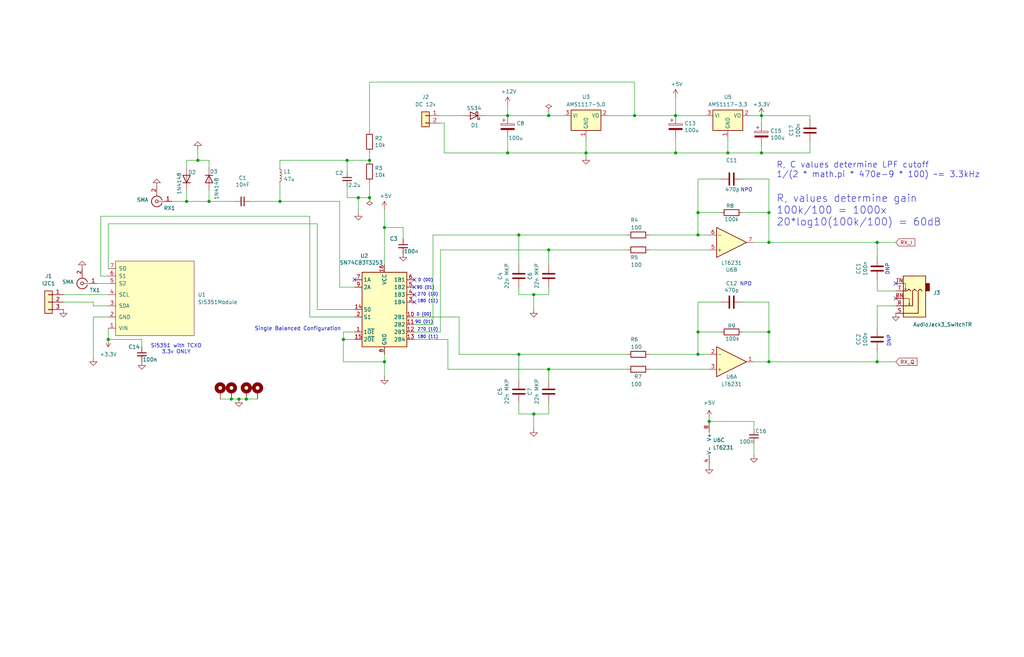
<source format=kicad_sch>
(kicad_sch (version 20231120) (generator "eeschema") (generator_version "8.0")
  (paper "User" 348.412 223.799)
  (title_block (title "QSD RX board for Quisk") (date "2024-06-12") (rev "V0.02") (company "Dhiru VU3CER. Based on WB2CBA's work."))
  (lib_symbols
    (symbol "Amplifier_Operational:LM4562" (pin_names (offset 0.127))
      (property "Reference" "U" (at 0 5.08 0))
      (property "Value" "LM4562" (at 0 -5.08 0))
      (symbol "LM4562_1_1"
        (polyline (pts (xy -5.08 5.08) (xy 5.08 0) (xy -5.08 -5.08) (xy -5.08 5.08)) (stroke (width 0.254)) (fill (type background)))
        (pin output line (at 7.62 0 180) (length 2.54) (name "~") (number "1"))
        (pin input line (at -7.62 -2.54 0) (length 2.54) (name "-") (number "2"))
        (pin input line (at -7.62 2.54 0) (length 2.54) (name "+") (number "3"))
      )
      (symbol "LM4562_2_1"
        (polyline (pts (xy -5.08 5.08) (xy 5.08 0) (xy -5.08 -5.08) (xy -5.08 5.08)) (stroke (width 0.254)) (fill (type background)))
        (pin input line (at -7.62 2.54 0) (length 2.54) (name "+") (number "5"))
        (pin input line (at -7.62 -2.54 0) (length 2.54) (name "-") (number "6"))
        (pin output line (at 7.62 0 180) (length 2.54) (name "~") (number "7"))
      )
      (symbol "LM4562_3_1"
        (pin power_in line (at -2.54 -7.62 90) (length 3.81) (name "V-") (number "4"))
        (pin power_in line (at -2.54 7.62 270) (length 3.81) (name "V+") (number "8"))
      )
    )
    (symbol "Amplifier_Operational:LT6234" (pin_names (offset 0.127))
      (property "Reference" "U" (at 0 5.08 0))
      (property "Value" "LT6234" (at 0 -5.08 0))
      (symbol "LT6234_1_1"
        (polyline (pts (xy -5.08 5.08) (xy 5.08 0) (xy -5.08 -5.08) (xy -5.08 5.08)) (stroke (width 0.254)) (fill (type background)))
        (pin output line (at 7.62 0 180) (length 2.54) (name "~") (number "1"))
        (pin input line (at -7.62 -2.54 0) (length 2.54) (name "-") (number "2"))
        (pin input line (at -7.62 2.54 0) (length 2.54) (name "+") (number "3"))
      )
      (symbol "LT6234_2_1"
        (polyline (pts (xy -5.08 5.08) (xy 5.08 0) (xy -5.08 -5.08) (xy -5.08 5.08)) (stroke (width 0.254)) (fill (type background)))
        (pin input line (at -7.62 2.54 0) (length 2.54) (name "+") (number "5"))
        (pin input line (at -7.62 -2.54 0) (length 2.54) (name "-") (number "6"))
        (pin output line (at 7.62 0 180) (length 2.54) (name "~") (number "7"))
      )
      (symbol "LT6234_3_1"
        (pin power_in line (at -2.54 -7.62 90) (length 3.81) (name "V-") (number "4"))
        (pin power_in line (at -2.54 7.62 270) (length 3.81) (name "V+") (number "8"))
      )
    )
    (symbol "Analog_Switch:SN74CBT3253"
      (property "Reference" "U" (at -7.62 13.97 0))
      (property "Value" "SN74CBT3253" (at -11.43 -13.97 0))
      (symbol "SN74CBT3253_0_1"
        (rectangle (start -7.62 12.7) (end 7.62 -12.7) (stroke (width 0.254)) (fill (type background)))
        (rectangle (start 7.62 -12.7) (end 7.62 -12.7))
      )
      (symbol "SN74CBT3253_1_1"
        (pin input line (at -10.16 -7.62 0) (length 2.54) (name "1~{OE}") (number "1"))
        (pin bidirectional line (at 10.16 -2.54 180) (length 2.54) (name "2B1") (number "10"))
        (pin bidirectional line (at 10.16 -5.08 180) (length 2.54) (name "2B2") (number "11"))
        (pin bidirectional line (at 10.16 -7.62 180) (length 2.54) (name "2B3") (number "12"))
        (pin bidirectional line (at 10.16 -10.16 180) (length 2.54) (name "2B4") (number "13"))
        (pin input line (at -10.16 0 0) (length 2.54) (name "S0") (number "14"))
        (pin input line (at -10.16 -10.16 0) (length 2.54) (name "2~{OE}") (number "15"))
        (pin power_in line (at 0 15.24 270) (length 2.54) (name "VCC") (number "16"))
        (pin input line (at -10.16 -2.54 0) (length 2.54) (name "S1") (number "2"))
        (pin bidirectional line (at 10.16 2.54 180) (length 2.54) (name "1B4") (number "3"))
        (pin bidirectional line (at 10.16 5.08 180) (length 2.54) (name "1B3") (number "4"))
        (pin bidirectional line (at 10.16 7.62 180) (length 2.54) (name "1B2") (number "5"))
        (pin bidirectional line (at 10.16 10.16 180) (length 2.54) (name "1B1") (number "6"))
        (pin bidirectional line (at -10.16 10.16 0) (length 2.54) (name "1A") (number "7"))
        (pin power_in line (at 0 -15.24 90) (length 2.54) (name "GND") (number "8"))
        (pin bidirectional line (at -10.16 7.62 0) (length 2.54) (name "2A") (number "9"))
      )
    )
    (symbol "Connector:Conn_Coaxial" (pin_names (offset 1.016) hide)
      (property "Reference" "J" (at 0.254 3.048 0))
      (property "Value" "Conn_Coaxial" (at 2.921 0 90))
      (symbol "Conn_Coaxial_0_1"
        (arc (start -1.778 -0.508) (mid 0.222 -1.8079) (end 1.778 0) (stroke (width 0.254)))
        (polyline (pts (xy -2.54 0) (xy -0.508 0)))
        (polyline (pts (xy 0 -2.54) (xy 0 -1.778)))
        (circle (center 0 0) (radius 0.508) (stroke (width 0.2032)))
        (arc (start 1.778 0) (mid 0.2221 1.8083) (end -1.778 0.508) (stroke (width 0.254)))
      )
      (symbol "Conn_Coaxial_1_1"
        (pin passive line (at -5.08 0 0) (length 2.54) (name "In") (number "1"))
        (pin passive line (at 0 -5.08 90) (length 2.54) (name "Ext") (number "2"))
      )
    )
    (symbol "Connector_Audio:AudioJack3_SwitchTR"
      (property "Reference" "J" (at 0 8.89 0))
      (property "Value" "AudioJack3_SwitchTR" (at 0 6.35 0))
      (symbol "AudioJack3_SwitchTR_0_1"
        (rectangle (start -5.08 -5.08) (end -6.35 -7.62) (stroke (width 0.254)) (fill (type outline)))
        (polyline (pts (xy 0.508 -0.254) (xy 0.762 -0.762)))
        (polyline (pts (xy 1.778 -5.334) (xy 2.032 -5.842)))
        (polyline (pts (xy 0 -5.08) (xy 0.635 -5.715) (xy 1.27 -5.08) (xy 2.54 -5.08)) (stroke (width 0.254)))
        (polyline (pts (xy 2.54 -7.62) (xy 1.778 -7.62) (xy 1.778 -5.334) (xy 1.524 -5.842)))
        (polyline (pts (xy 2.54 -2.54) (xy 0.508 -2.54) (xy 0.508 -0.254) (xy 0.254 -0.762)))
        (polyline (pts (xy -1.905 -5.08) (xy -1.27 -5.715) (xy -0.635 -5.08) (xy -0.635 0) (xy 2.54 0)) (stroke (width 0.254)))
        (polyline (pts (xy 2.54 2.54) (xy -2.54 2.54) (xy -2.54 -5.08) (xy -3.175 -5.715) (xy -3.81 -5.08)) (stroke (width 0.254)))
        (rectangle (start 2.54 3.81) (end -5.08 -10.16) (stroke (width 0.254)) (fill (type background)))
      )
      (symbol "AudioJack3_SwitchTR_1_1"
        (pin passive line (at 5.08 0 180) (length 2.54) (name "~") (number "R"))
        (pin passive line (at 5.08 -2.54 180) (length 2.54) (name "~") (number "RN"))
        (pin passive line (at 5.08 2.54 180) (length 2.54) (name "~") (number "S"))
        (pin passive line (at 5.08 -5.08 180) (length 2.54) (name "~") (number "T"))
        (pin passive line (at 5.08 -7.62 180) (length 2.54) (name "~") (number "TN"))
      )
    )
    (symbol "Connector_Generic:Conn_01x02" (pin_names (offset 1.016) hide)
      (property "Reference" "J" (at 0 2.54 0))
      (property "Value" "Conn_01x02" (at 0 -5.08 0))
      (symbol "Conn_01x02_1_1"
        (rectangle (start -1.27 -2.413) (end 0 -2.667) (stroke (width 0.1524)))
        (rectangle (start -1.27 0.127) (end 0 -0.127) (stroke (width 0.1524)))
        (rectangle (start -1.27 1.27) (end 1.27 -3.81) (stroke (width 0.254)) (fill (type background)))
        (pin passive line (at -5.08 0 0) (length 3.81) (name "Pin_1") (number "1"))
        (pin passive line (at -5.08 -2.54 0) (length 3.81) (name "Pin_2") (number "2"))
      )
    )
    (symbol "Connector_Generic:Conn_01x03" (pin_names (offset 1.016) hide)
      (property "Reference" "J" (at 0 5.08 0))
      (property "Value" "Conn_01x03" (at 0 -5.08 0))
      (symbol "Conn_01x03_1_1"
        (rectangle (start -1.27 -2.413) (end 0 -2.667) (stroke (width 0.1524)))
        (rectangle (start -1.27 0.127) (end 0 -0.127) (stroke (width 0.1524)))
        (rectangle (start -1.27 2.667) (end 0 2.413) (stroke (width 0.1524)))
        (rectangle (start -1.27 3.81) (end 1.27 -3.81) (stroke (width 0.254)) (fill (type background)))
        (pin passive line (at -5.08 2.54 0) (length 3.81) (name "Pin_1") (number "1"))
        (pin passive line (at -5.08 0 0) (length 3.81) (name "Pin_2") (number "2"))
        (pin passive line (at -5.08 -2.54 0) (length 3.81) (name "Pin_3") (number "3"))
      )
    )
    (symbol "Device:C" (pin_numbers hide) (pin_names (offset 0.254))
      (property "Reference" "C" (at 0.635 2.54 0))
      (property "Value" "C" (at 0.635 -2.54 0))
      (symbol "C_0_1"
        (polyline (pts (xy -2.032 -0.762) (xy 2.032 -0.762)) (stroke (width 0.508)))
        (polyline (pts (xy -2.032 0.762) (xy 2.032 0.762)) (stroke (width 0.508)))
      )
      (symbol "C_1_1"
        (pin passive line (at 0 3.81 270) (length 2.794) (name "~") (number "1"))
        (pin passive line (at 0 -3.81 90) (length 2.794) (name "~") (number "2"))
      )
    )
    (symbol "Device:C_Polarized" (pin_numbers hide) (pin_names (offset 0.254))
      (property "Reference" "C" (at 0.635 2.54 0))
      (property "Value" "C_Polarized" (at 0.635 -2.54 0))
      (symbol "C_Polarized_0_1"
        (rectangle (start -2.286 0.508) (end 2.286 1.016))
        (polyline (pts (xy -1.778 2.286) (xy -0.762 2.286)))
        (polyline (pts (xy -1.27 2.794) (xy -1.27 1.778)))
        (rectangle (start 2.286 -0.508) (end -2.286 -1.016) (fill (type outline)))
      )
      (symbol "C_Polarized_1_1"
        (pin passive line (at 0 3.81 270) (length 2.794) (name "~") (number "1"))
        (pin passive line (at 0 -3.81 90) (length 2.794) (name "~") (number "2"))
      )
    )
    (symbol "Device:C_Small" (pin_numbers hide) (pin_names (offset 0.254) hide)
      (property "Reference" "C" (at 0.254 1.778 0))
      (property "Value" "C_Small" (at 0.254 -2.032 0))
      (symbol "C_Small_0_1"
        (polyline (pts (xy -1.524 -0.508) (xy 1.524 -0.508)) (stroke (width 0.3302)))
        (polyline (pts (xy -1.524 0.508) (xy 1.524 0.508)) (stroke (width 0.3048)))
      )
      (symbol "C_Small_1_1"
        (pin passive line (at 0 2.54 270) (length 2.032) (name "~") (number "1"))
        (pin passive line (at 0 -2.54 90) (length 2.032) (name "~") (number "2"))
      )
    )
    (symbol "Device:L_Small" (pin_numbers hide) (pin_names (offset 0.254) hide)
      (property "Reference" "L" (at 0.762 1.016 0))
      (property "Value" "L_Small" (at 0.762 -1.016 0))
      (symbol "L_Small_0_1"
        (arc (start 0 -2.032) (mid 0.5058 -1.524) (end 0 -1.016))
        (arc (start 0 -1.016) (mid 0.5058 -0.508) (end 0 0))
        (arc (start 0 0) (mid 0.5058 0.508) (end 0 1.016))
        (arc (start 0 1.016) (mid 0.5058 1.524) (end 0 2.032))
      )
      (symbol "L_Small_1_1"
        (pin passive line (at 0 2.54 270) (length 0.508) (name "~") (number "1"))
        (pin passive line (at 0 -2.54 90) (length 0.508) (name "~") (number "2"))
      )
    )
    (symbol "Device:R" (pin_numbers hide) (pin_names (offset 0))
      (property "Reference" "R" (at 2.032 0 90))
      (property "Value" "R" (at 0 0 90))
      (symbol "R_0_1"
        (rectangle (start -1.016 -2.54) (end 1.016 2.54) (stroke (width 0.254)))
      )
      (symbol "R_1_1"
        (pin passive line (at 0 3.81 270) (length 1.27) (name "~") (number "1"))
        (pin passive line (at 0 -3.81 90) (length 1.27) (name "~") (number "2"))
      )
    )
    (symbol "Diode:1N4148" (pin_numbers hide) (pin_names hide)
      (property "Reference" "D" (at 0 2.54 0))
      (property "Value" "1N4148" (at 0 -2.54 0))
      (symbol "1N4148_0_1"
        (polyline (pts (xy -1.27 1.27) (xy -1.27 -1.27)) (stroke (width 0.254)))
        (polyline (pts (xy 1.27 0) (xy -1.27 0)))
        (polyline (pts (xy 1.27 1.27) (xy 1.27 -1.27) (xy -1.27 0) (xy 1.27 1.27)) (stroke (width 0.254)))
      )
      (symbol "1N4148_1_1"
        (pin passive line (at -3.81 0 0) (length 2.54) (name "K") (number "1"))
        (pin passive line (at 3.81 0 180) (length 2.54) (name "A") (number "2"))
      )
    )
    (symbol "Diode:SS34" (pin_numbers hide) (pin_names (offset 1.016) hide)
      (property "Reference" "D" (at 0 2.54 0))
      (property "Value" "SS34" (at 0 -2.54 0))
      (symbol "SS34_0_1"
        (polyline (pts (xy 1.27 0) (xy -1.27 0)))
        (polyline (pts (xy 1.27 1.27) (xy 1.27 -1.27) (xy -1.27 0) (xy 1.27 1.27)) (stroke (width 0.254)))
        (polyline (pts (xy -1.905 0.635) (xy -1.905 1.27) (xy -1.27 1.27) (xy -1.27 -1.27) (xy -0.635 -1.27) (xy -0.635 -0.635)) (stroke (width 0.254)))
      )
      (symbol "SS34_1_1"
        (pin passive line (at -3.81 0 0) (length 2.54) (name "K") (number "1"))
        (pin passive line (at 3.81 0 180) (length 2.54) (name "A") (number "2"))
      )
    )
    (symbol "Mechanical:MountingHole_Pad" (pin_numbers hide) (pin_names (offset 1.016) hide)
      (property "Reference" "H" (at 0 6.35 0))
      (property "Value" "MountingHole_Pad" (at 0 4.445 0))
      (symbol "MountingHole_Pad_0_1"
        (circle (center 0 1.27) (radius 1.27) (stroke (width 1.27)))
      )
      (symbol "MountingHole_Pad_1_1"
        (pin input line (at 0 -2.54 90) (length 2.54) (name "1") (number "1"))
      )
    )
    (symbol "Regulator_Linear:AMS1117-3.3"
      (property "Reference" "U" (at -3.81 3.175 0))
      (property "Value" "AMS1117-3.3" (at 0 3.175 0))
      (symbol "AMS1117-3.3_0_1"
        (rectangle (start -5.08 -5.08) (end 5.08 1.905) (stroke (width 0.254)) (fill (type background)))
      )
      (symbol "AMS1117-3.3_1_1"
        (pin power_in line (at 0 -7.62 90) (length 2.54) (name "GND") (number "1"))
        (pin power_out line (at 7.62 0 180) (length 2.54) (name "VO") (number "2"))
        (pin power_in line (at -7.62 0 0) (length 2.54) (name "VI") (number "3"))
      )
    )
    (symbol "Regulator_Linear:AMS1117-5.0"
      (property "Reference" "U" (at -3.81 3.175 0))
      (property "Value" "AMS1117-5.0" (at 0 3.175 0))
      (symbol "AMS1117-5.0_0_1"
        (rectangle (start -5.08 -5.08) (end 5.08 1.905) (stroke (width 0.254)) (fill (type background)))
      )
      (symbol "AMS1117-5.0_1_1"
        (pin power_in line (at 0 -7.62 90) (length 2.54) (name "GND") (number "1"))
        (pin power_out line (at 7.62 0 180) (length 2.54) (name "VO") (number "2"))
        (pin power_in line (at -7.62 0 0) (length 2.54) (name "VI") (number "3"))
      )
    )
    (symbol "power:+12V" (power) (pin_numbers hide) (pin_names (offset 0) hide)
      (property "Value" "+12V" (at 0 3.556 0))
      (symbol "+12V_0_1"
        (polyline (pts (xy -0.762 1.27) (xy 0 2.54)))
        (polyline (pts (xy 0 0) (xy 0 2.54)))
        (polyline (pts (xy 0 2.54) (xy 0.762 1.27)))
      )
      (symbol "+12V_1_1"
        (pin power_in line (at 0 0 90) (length 0) (name "~") (number "1"))
      )
    )
    (symbol "power:+3.3V" (power) (pin_numbers hide) (pin_names (offset 0) hide)
      (property "Value" "+3.3V" (at 0 3.556 0))
      (symbol "+3.3V_0_1"
        (polyline (pts (xy -0.762 1.27) (xy 0 2.54)))
        (polyline (pts (xy 0 0) (xy 0 2.54)))
        (polyline (pts (xy 0 2.54) (xy 0.762 1.27)))
      )
      (symbol "+3.3V_1_1"
        (pin power_in line (at 0 0 90) (length 0) (name "~") (number "1"))
      )
    )
    (symbol "power:+5V" (power) (pin_numbers hide) (pin_names (offset 0) hide)
      (property "Value" "+5V" (at 0 3.556 0))
      (symbol "+5V_0_1"
        (polyline (pts (xy -0.762 1.27) (xy 0 2.54)))
        (polyline (pts (xy 0 0) (xy 0 2.54)))
        (polyline (pts (xy 0 2.54) (xy 0.762 1.27)))
      )
      (symbol "+5V_1_1"
        (pin power_in line (at 0 0 90) (length 0) (name "~") (number "1"))
      )
    )
    (symbol "power:GND" (power) (pin_numbers hide) (pin_names (offset 0) hide)
      (property "Value" "GND" (at 0 -3.81 0))
      (symbol "GND_0_1"
        (polyline (pts (xy 0 0) (xy 0 -1.27) (xy 1.27 -1.27) (xy 0 -2.54) (xy -1.27 -1.27) (xy 0 -1.27)))
      )
      (symbol "GND_1_1"
        (pin power_in line (at 0 0 270) (length 0) (name "~") (number "1"))
      )
    )
    (symbol "power:PWR_FLAG" (power) (pin_numbers hide) (pin_names (offset 0) hide)
      (property "Value" "PWR_FLAG" (at 0 3.81 0))
      (symbol "PWR_FLAG_0_0"
        (pin power_out line (at 0 0 90) (length 0) (name "~") (number "1"))
      )
      (symbol "PWR_FLAG_0_1"
        (polyline (pts (xy 0 0) (xy 0 1.27) (xy -1.016 1.905) (xy 0 2.54) (xy 1.016 1.905) (xy 0 1.27)))
      )
    )
    (symbol "si5351module_fixed:SI5351Module_2-VFO" (pin_names (offset 1.016))
      (property "Reference" "U1" (at 15.24 1.2701 0))
      (property "Value" "SI5351Module" (at 15.24 -1.2699 0))
      (symbol "SI5351Module_2-VFO_0_1"
        (rectangle (start -12.7 12.7) (end 13.97 -12.7) (fill (type background)))
      )
      (symbol "SI5351Module_2-VFO_1_1"
        (pin input line (at -15.24 -10.16 0) (length 2.54) (name "VIN") (number "1"))
        (pin input line (at -15.24 -6.35 0) (length 2.54) (name "GND") (number "2"))
        (pin input line (at -15.24 -2.54 0) (length 2.54) (name "SDA") (number "3"))
        (pin input line (at -15.24 1.27 0) (length 2.54) (name "SCL") (number "4"))
        (pin output line (at -15.24 5.08 0) (length 2.54) (name "S2") (number "5"))
        (pin output line (at -15.24 7.62 0) (length 2.54) (name "S1") (number "6"))
        (pin output line (at -15.24 10.16 0) (length 2.54) (name "SO") (number "7"))
      )
    )
  )
  (junction (at 229.87 52.07))
  (junction (at 78.74 135.89))
  (junction (at 125.73 54.61))
  (junction (at 237.49 72.39))
  (junction (at 237.49 113.03))
  (junction (at 298.45 82.55))
  (junction (at 261.62 113.03))
  (junction (at 186.69 125.73))
  (junction (at 67.31 54.61))
  (junction (at 229.87 39.37))
  (junction (at 186.69 39.37))
  (junction (at 241.3 143.51))
  (junction (at 172.72 39.37))
  (junction (at 247.65 52.07))
  (junction (at 125.73 67.31))
  (junction (at 121.92 67.31))
  (junction (at 130.81 123.19))
  (junction (at 36.83 115.57))
  (junction (at 181.61 140.97))
  (junction (at 259.08 39.37))
  (junction (at 237.49 120.65))
  (junction (at 95.25 68.58))
  (junction (at 261.62 123.19))
  (junction (at 176.53 80.01))
  (junction (at 261.62 82.55))
  (junction (at 176.53 120.65))
  (junction (at 261.62 72.39))
  (junction (at 181.61 100.33))
  (junction (at 71.12 68.58))
  (junction (at 298.45 123.19))
  (junction (at 199.39 52.07))
  (junction (at 63.5 68.58))
  (junction (at 237.49 80.01))
  (junction (at 118.11 54.61))
  (junction (at 186.69 85.09))
  (junction (at 172.72 52.07))
  (junction (at 81.28 135.89))
  (junction (at 83.82 135.89))
  (junction (at 259.08 52.07))
  (junction (at 116.84 115.57))
  (junction (at 130.81 77.47))
  (junction (at 215.9 39.37))
  (no_connect (at 140.97 102.87))
  (no_connect (at 304.8 96.52))
  (no_connect (at 304.8 101.6))
  (no_connect (at 140.97 95.25))
  (no_connect (at 140.97 97.79))
  (no_connect (at 120.65 95.25))
  (no_connect (at 140.97 100.33))
  (wire (pts (xy 21.59 100.33) (xy 36.83 100.33)))
  (wire (pts (xy 252.73 102.87) (xy 261.62 102.87)))
  (wire (pts (xy 165.1 39.37) (xy 172.72 39.37)))
  (wire (pts (xy 241.3 142.24) (xy 241.3 143.51)))
  (wire (pts (xy 71.12 64.77) (xy 71.12 68.58)))
  (wire (pts (xy 125.73 54.61) (xy 125.73 52.07)))
  (wire (pts (xy 220.98 125.73) (xy 241.3 125.73)))
  (wire (pts (xy 125.73 67.31) (xy 121.92 67.31)))
  (wire (pts (xy 256.54 143.51) (xy 256.54 146.05)))
  (wire (pts (xy 298.45 119.38) (xy 298.45 123.19)))
  (wire (pts (xy 298.45 95.25) (xy 298.45 99.06)))
  (wire (pts (xy 105.41 73.66) (xy 105.41 107.95)))
  (wire (pts (xy 140.97 110.49) (xy 147.32 110.49)))
  (wire (pts (xy 58.42 68.58) (xy 63.5 68.58)))
  (wire (pts (xy 186.69 125.73) (xy 213.36 125.73)))
  (wire (pts (xy 261.62 123.19) (xy 298.45 123.19)))
  (wire (pts (xy 116.84 115.57) (xy 120.65 115.57)))
  (wire (pts (xy 140.97 107.95) (xy 156.21 107.95)))
  (wire (pts (xy 275.59 40.64) (xy 275.59 39.37)))
  (wire (pts (xy 63.5 68.58) (xy 71.12 68.58)))
  (wire (pts (xy 298.45 123.19) (xy 304.8 123.19)))
  (wire (pts (xy 85.09 68.58) (xy 95.25 68.58)))
  (wire (pts (xy 95.25 68.58) (xy 115.57 68.58)))
  (wire (pts (xy 237.49 120.65) (xy 241.3 120.65)))
  (wire (pts (xy 130.81 71.12) (xy 130.81 77.47)))
  (wire (pts (xy 298.45 104.14) (xy 298.45 111.76)))
  (wire (pts (xy 172.72 35.56) (xy 172.72 39.37)))
  (wire (pts (xy 298.45 82.55) (xy 298.45 87.63)))
  (wire (pts (xy 63.5 54.61) (xy 63.5 57.15)))
  (wire (pts (xy 186.69 85.09) (xy 213.36 85.09)))
  (wire (pts (xy 245.11 113.03) (xy 237.49 113.03)))
  (wire (pts (xy 172.72 46.99) (xy 172.72 52.07)))
  (wire (pts (xy 149.86 41.91) (xy 151.13 41.91)))
  (wire (pts (xy 36.83 107.95) (xy 31.75 107.95)))
  (wire (pts (xy 116.84 113.03) (xy 116.84 115.57)))
  (wire (pts (xy 215.9 39.37) (xy 229.87 39.37)))
  (wire (pts (xy 67.31 54.61) (xy 71.12 54.61)))
  (wire (pts (xy 118.11 54.61) (xy 125.73 54.61)))
  (wire (pts (xy 252.73 113.03) (xy 261.62 113.03)))
  (wire (pts (xy 71.12 54.61) (xy 71.12 57.15)))
  (wire (pts (xy 147.32 110.49) (xy 147.32 80.01)))
  (wire (pts (xy 118.11 54.61) (xy 118.11 58.42)))
  (wire (pts (xy 48.26 115.57) (xy 48.26 118.11)))
  (wire (pts (xy 125.73 27.94) (xy 125.73 44.45)))
  (wire (pts (xy 247.65 46.99) (xy 247.65 52.07)))
  (wire (pts (xy 137.16 77.47) (xy 130.81 77.47)))
  (wire (pts (xy 71.12 68.58) (xy 80.01 68.58)))
  (wire (pts (xy 261.62 82.55) (xy 256.54 82.55)))
  (wire (pts (xy 130.81 120.65) (xy 130.81 123.19)))
  (wire (pts (xy 176.53 80.01) (xy 213.36 80.01)))
  (wire (pts (xy 95.25 54.61) (xy 118.11 54.61)))
  (wire (pts (xy 130.81 123.19) (xy 130.81 128.27)))
  (wire (pts (xy 220.98 85.09) (xy 241.3 85.09)))
  (wire (pts (xy 107.95 105.41) (xy 120.65 105.41)))
  (wire (pts (xy 36.83 111.76) (xy 36.83 115.57)))
  (wire (pts (xy 125.73 62.23) (xy 125.73 67.31)))
  (wire (pts (xy 229.87 39.37) (xy 240.03 39.37)))
  (wire (pts (xy 147.32 80.01) (xy 176.53 80.01)))
  (wire (pts (xy 186.69 90.17) (xy 186.69 85.09)))
  (wire (pts (xy 81.28 135.89) (xy 83.82 135.89)))
  (wire (pts (xy 199.39 52.07) (xy 229.87 52.07)))
  (wire (pts (xy 256.54 151.13) (xy 256.54 154.94)))
  (wire (pts (xy 186.69 38.1) (xy 186.69 39.37)))
  (wire (pts (xy 67.31 50.8) (xy 67.31 54.61)))
  (wire (pts (xy 245.11 102.87) (xy 237.49 102.87)))
  (wire (pts (xy 298.45 82.55) (xy 304.8 82.55)))
  (wire (pts (xy 34.29 93.98) (xy 34.29 73.66)))
  (wire (pts (xy 259.08 39.37) (xy 255.27 39.37)))
  (wire (pts (xy 181.61 140.97) (xy 181.61 146.05)))
  (wire (pts (xy 304.8 99.06) (xy 298.45 99.06)))
  (wire (pts (xy 130.81 77.47) (xy 130.81 90.17)))
  (wire (pts (xy 149.86 85.09) (xy 186.69 85.09)))
  (wire (pts (xy 176.53 140.97) (xy 181.61 140.97)))
  (wire (pts (xy 252.73 72.39) (xy 261.62 72.39)))
  (wire (pts (xy 21.59 102.87) (xy 31.75 102.87)))
  (wire (pts (xy 34.29 73.66) (xy 105.41 73.66)))
  (wire (pts (xy 115.57 68.58) (xy 115.57 97.79)))
  (wire (pts (xy 275.59 39.37) (xy 259.08 39.37)))
  (wire (pts (xy 186.69 39.37) (xy 191.77 39.37)))
  (wire (pts (xy 261.62 123.19) (xy 256.54 123.19)))
  (wire (pts (xy 237.49 60.96) (xy 237.49 72.39)))
  (wire (pts (xy 259.08 52.07) (xy 275.59 52.07)))
  (wire (pts (xy 95.25 62.23) (xy 95.25 68.58)))
  (wire (pts (xy 304.8 104.14) (xy 298.45 104.14)))
  (wire (pts (xy 118.11 63.5) (xy 118.11 67.31)))
  (wire (pts (xy 116.84 123.19) (xy 116.84 115.57)))
  (wire (pts (xy 181.61 100.33) (xy 176.53 100.33)))
  (wire (pts (xy 199.39 52.07) (xy 199.39 53.34)))
  (wire (pts (xy 229.87 33.02) (xy 229.87 39.37)))
  (wire (pts (xy 105.41 107.95) (xy 120.65 107.95)))
  (wire (pts (xy 36.83 93.98) (xy 34.29 93.98)))
  (wire (pts (xy 259.08 41.91) (xy 259.08 39.37)))
  (wire (pts (xy 120.65 113.03) (xy 116.84 113.03)))
  (wire (pts (xy 245.11 60.96) (xy 237.49 60.96)))
  (wire (pts (xy 181.61 140.97) (xy 186.69 140.97)))
  (wire (pts (xy 275.59 52.07) (xy 275.59 48.26)))
  (wire (pts (xy 130.81 123.19) (xy 116.84 123.19)))
  (wire (pts (xy 247.65 52.07) (xy 259.08 52.07)))
  (wire (pts (xy 140.97 113.03) (xy 149.86 113.03)))
  (wire (pts (xy 252.73 60.96) (xy 261.62 60.96)))
  (wire (pts (xy 181.61 100.33) (xy 186.69 100.33)))
  (wire (pts (xy 229.87 52.07) (xy 229.87 46.99)))
  (wire (pts (xy 121.92 67.31) (xy 118.11 67.31)))
  (wire (pts (xy 121.92 72.39) (xy 121.92 67.31)))
  (wire (pts (xy 125.73 27.94) (xy 215.9 27.94)))
  (wire (pts (xy 78.74 135.89) (xy 81.28 135.89)))
  (wire (pts (xy 237.49 80.01) (xy 237.49 72.39)))
  (wire (pts (xy 74.93 135.89) (xy 78.74 135.89)))
  (wire (pts (xy 186.69 97.79) (xy 186.69 100.33)))
  (wire (pts (xy 172.72 39.37) (xy 186.69 39.37)))
  (wire (pts (xy 181.61 100.33) (xy 181.61 105.41)))
  (wire (pts (xy 33.02 96.52) (xy 36.83 96.52)))
  (wire (pts (xy 237.49 113.03) (xy 237.49 120.65)))
  (wire (pts (xy 261.62 82.55) (xy 298.45 82.55)))
  (wire (pts (xy 152.4 125.73) (xy 152.4 115.57)))
  (wire (pts (xy 36.83 76.2) (xy 36.83 91.44)))
  (wire (pts (xy 156.21 120.65) (xy 176.53 120.65)))
  (wire (pts (xy 149.86 113.03) (xy 149.86 85.09)))
  (wire (pts (xy 186.69 129.54) (xy 186.69 125.73)))
  (wire (pts (xy 149.86 39.37) (xy 157.48 39.37)))
  (wire (pts (xy 152.4 115.57) (xy 140.97 115.57)))
  (wire (pts (xy 137.16 77.47) (xy 137.16 81.28)))
  (wire (pts (xy 176.53 120.65) (xy 213.36 120.65)))
  (wire (pts (xy 31.75 107.95) (xy 31.75 121.92)))
  (wire (pts (xy 207.01 39.37) (xy 215.9 39.37)))
  (wire (pts (xy 176.53 120.65) (xy 176.53 129.54)))
  (wire (pts (xy 261.62 60.96) (xy 261.62 72.39)))
  (wire (pts (xy 151.13 52.07) (xy 172.72 52.07)))
  (wire (pts (xy 237.49 72.39) (xy 245.11 72.39)))
  (wire (pts (xy 176.53 137.16) (xy 176.53 140.97)))
  (wire (pts (xy 156.21 107.95) (xy 156.21 120.65)))
  (wire (pts (xy 176.53 80.01) (xy 176.53 90.17)))
  (wire (pts (xy 215.9 27.94) (xy 215.9 39.37)))
  (wire (pts (xy 220.98 80.01) (xy 237.49 80.01)))
  (wire (pts (xy 186.69 137.16) (xy 186.69 140.97)))
  (wire (pts (xy 63.5 64.77) (xy 63.5 68.58)))
  (wire (pts (xy 107.95 76.2) (xy 36.83 76.2)))
  (wire (pts (xy 176.53 97.79) (xy 176.53 100.33)))
  (wire (pts (xy 261.62 72.39) (xy 261.62 82.55)))
  (wire (pts (xy 31.75 102.87) (xy 31.75 104.14)))
  (wire (pts (xy 36.83 115.57) (xy 48.26 115.57)))
  (wire (pts (xy 115.57 97.79) (xy 120.65 97.79)))
  (wire (pts (xy 107.95 76.2) (xy 107.95 105.41)))
  (wire (pts (xy 63.5 54.61) (xy 67.31 54.61)))
  (wire (pts (xy 220.98 120.65) (xy 237.49 120.65)))
  (wire (pts (xy 261.62 102.87) (xy 261.62 113.03)))
  (wire (pts (xy 229.87 52.07) (xy 247.65 52.07)))
  (wire (pts (xy 152.4 125.73) (xy 186.69 125.73)))
  (wire (pts (xy 237.49 102.87) (xy 237.49 113.03)))
  (wire (pts (xy 83.82 135.89) (xy 87.63 135.89)))
  (wire (pts (xy 241.3 80.01) (xy 237.49 80.01)))
  (wire (pts (xy 95.25 54.61) (xy 95.25 57.15)))
  (wire (pts (xy 199.39 46.99) (xy 199.39 52.07)))
  (wire (pts (xy 259.08 52.07) (xy 259.08 49.53)))
  (wire (pts (xy 261.62 113.03) (xy 261.62 123.19)))
  (wire (pts (xy 241.3 143.51) (xy 256.54 143.51)))
  (wire (pts (xy 31.75 104.14) (xy 36.83 104.14)))
  (wire (pts (xy 151.13 41.91) (xy 151.13 52.07)))
  (wire (pts (xy 172.72 52.07) (xy 199.39 52.07)))
  (text "NPO" (at 254 64.77 0) (effects (font (size 1.27 1.27))))
  (text "DNP" (at 302.514 116.078 90) (effects (font (size 1.27 1.27))))
  (text "0 (00)" (at 144.78 95.504 0) (effects (font (size 1.016 1.016))))
  (text "180 (11)" (at 145.542 102.616 0) (effects (font (size 1.016 1.016))))
  (text "R, values determine gain\n100k/100 = 1000x\n20*log10(100k/100) = 60dB" (at 264.16 77.216 0) (effects (font (size 2.5 2.5)) (justify left bottom)))
  (text "0 (00)" (at 144.272 107.188 0) (effects (font (size 1.016 1.016))))
  (text "180 (11)" (at 145.542 114.808 0) (effects (font (size 1.016 1.016))))
  (text "90 (01)" (at 144.78 98.044 0) (effects (font (size 1.016 1.016))))
  (text "270 (10)" (at 145.542 100.33 0) (effects (font (size 1.016 1.016))))
  (text "R, C values determine LPF cutoff\n1/(2 * math.pi * 470e-9 * 100) ~= 3.3kHz" (at 264.16 60.706 0) (effects (font (size 2.032 2.032)) (justify left bottom)))
  (text "270 (10)" (at 145.542 112.268 0) (effects (font (size 1.016 1.016))))
  (text "Si5351 with TCXO\n3.3v ONLY" (at 59.944 118.872 0) (effects (font (size 1.27 1.27))))
  (text "Single Balanced Configuration" (at 101.346 112.014 0) (effects (font (size 1.27 1.27))))
  (text "DNP" (at 302.006 91.694 90) (effects (font (size 1.27 1.27))))
  (text "90 (01)" (at 144.272 109.728 0) (effects (font (size 1.016 1.016))))
  (text "NPO" (at 253.746 96.774 0) (effects (font (size 1.27 1.27))))
  (global_label "RX_Q" (shape input) (at 304.8 123.19 0) (property "Intersheetrefs" "${INTERSHEET_REFS}" (effects (hide yes))))
  (global_label "RX_I" (shape input) (at 304.8 82.55 0) (property "Intersheetrefs" "${INTERSHEET_REFS}" (effects (hide yes))))
  (symbol (lib_id "Connector:Conn_Coaxial") (at 27.94 96.52 180) (unit 1)
    (property "Reference" "TX1" (at 32.258 98.806 0))
    (property "Value" "SMA" (at 23.114 96.012 0))
    (property "Footprint" "Connector_Coaxial:SMA_Samtec_SMA-J-P-H-ST-EM1_EdgeMount" (effects (hide yes)))
    (property "Description" "coaxial connector (BNC, SMA, SMB, SMC, Cinch/RCA, LEMO, ...)" (effects (hide yes)))
  )
  (symbol (lib_id "Device:R") (at 125.73 48.26 0) (unit 1)
    (property "Reference" "R2" (at 127.508 47.0916 0) (effects (justify left)))
    (property "Value" "10k" (at 127.508 49.403 0) (effects (justify left)))
    (property "Footprint" "Resistor_SMD:R_1206_3216Metric_Pad1.30x1.75mm_HandSolder" (effects (hide yes)))
  )
  (symbol (lib_id "power:PWR_FLAG") (at 186.69 38.1 0) (unit 1)
    (property "Reference" "#FLG02" (effects (hide yes)))
    (property "Value" "PWR_FLAG" (effects (hide yes)))
    (property "Description" "Special symbol for telling ERC where power comes from" (effects (hide yes)))
  )
  (symbol (lib_id "Mechanical:MountingHole_Pad") (at 87.63 133.35 0) (unit 1)
    (property "Reference" "H4" (effects (hide yes)))
    (property "Value" "MountingHole_Pad" (effects (hide yes)))
    (property "Footprint" "MountingHole:MountingHole_3.2mm_M3_Pad_Via" (effects (hide yes)))
  )
  (symbol (lib_id "Device:C_Small") (at 137.16 83.82 0) (unit 1)
    (property "Reference" "C3" (at 132.588 81.28 0) (effects (justify left)))
    (property "Value" "100n" (at 137.414 85.598 0) (effects (justify left)))
    (property "Footprint" "Capacitor_SMD:C_1206_3216Metric_Pad1.33x1.80mm_HandSolder" (effects (hide yes)))
    (property "Description" "Unpolarized capacitor, small symbol" (effects (hide yes)))
  )
  (symbol (lib_id "Device:L_Small") (at 95.25 59.69 0) (unit 1)
    (property "Reference" "L1" (at 96.52 58.4199 0) (effects (justify left)))
    (property "Value" "47u" (at 96.52 60.9599 0) (effects (justify left)))
    (property "Footprint" "Inductor_SMD:L_1210_3225Metric_Pad1.42x2.65mm_HandSolder" (effects (hide yes)))
    (property "Description" "Inductor, small symbol" (effects (hide yes)))
  )
  (symbol (lib_id "Device:R") (at 248.92 72.39 90) (unit 1)
    (property "Reference" "R8" (at 248.412 70.104 90))
    (property "Value" "100k" (at 248.92 74.676 90))
    (property "Footprint" "Resistor_SMD:R_1206_3216Metric_Pad1.30x1.75mm_HandSolder" (effects (hide yes)))
  )
  (symbol (lib_id "power:+3.3V") (at 36.83 115.57 180) (unit 1)
    (property "Reference" "#PWR03" (effects (hide yes)))
    (property "Value" "+3.3V" (at 36.83 120.65 0))
    (property "Description" "Power symbol creates a global label with name \"+3.3V\"" (effects (hide yes)))
  )
  (symbol (lib_id "power:+5V") (at 130.81 71.12 0) (unit 1)
    (property "Reference" "#PWR07" (effects (hide yes)))
    (property "Value" "+5V" (at 131.191 66.7258 0))
    (property "Description" "Power symbol creates a global label with name \"+5V\"" (effects (hide yes)))
  )
  (symbol (lib_id "Device:C_Small") (at 256.54 148.59 180) (unit 1)
    (property "Reference" "C16" (at 260.858 146.812 0) (effects (justify left)))
    (property "Value" "100n" (at 256.54 150.368 0) (effects (justify left)))
    (property "Footprint" "Capacitor_SMD:C_1206_3216Metric_Pad1.33x1.80mm_HandSolder" (effects (hide yes)))
    (property "Description" "Unpolarized capacitor, small symbol" (effects (hide yes)))
  )
  (symbol (lib_id "Device:C") (at 298.45 91.44 180) (unit 1)
    (property "Reference" "CC1" (at 292.0746 91.44 90))
    (property "Value" "100n" (at 294.386 91.44 90))
    (property "Footprint" "Capacitor_SMD:C_1206_3216Metric_Pad1.33x1.80mm_HandSolder" (effects (hide yes)))
  )
  (symbol (lib_id "Amplifier_Operational:LM4562") (at 248.92 82.55 0) (mirror x) (unit 2)
    (property "Reference" "U6" (at 248.92 91.8464 0))
    (property "Value" "LT6231" (at 248.92 89.535 0))
    (property "Footprint" "Package_SO:SO-8_3.9x4.9mm_P1.27mm" (effects (hide yes)))
    (property "Datasheet" "http://www.ti.com/lit/ds/symlink/lm4562.pdf" (effects (hide yes)))
  )
  (symbol (lib_id "power:GND") (at 31.75 121.92 0) (unit 1)
    (property "Reference" "#PWR02" (effects (hide yes)))
    (property "Value" "GND" (effects (hide yes)))
    (property "Description" "Power symbol creates a global label with name \"GND\" , ground" (effects (hide yes)))
  )
  (symbol (lib_id "power:+5V") (at 241.3 142.24 0) (unit 1)
    (property "Reference" "#PWR015" (effects (hide yes)))
    (property "Value" "+5V" (at 241.3 137.16 0))
    (property "Description" "Power symbol creates a global label with name \"+5V\"" (effects (hide yes)))
  )
  (symbol (lib_id "Mechanical:MountingHole_Pad") (at 78.74 133.35 0) (unit 1)
    (property "Reference" "H2" (effects (hide yes)))
    (property "Value" "MountingHole_Pad" (effects (hide yes)))
    (property "Footprint" "MountingHole:MountingHole_3.2mm_M3_Pad_Via" (effects (hide yes)))
  )
  (symbol (lib_id "power:GND") (at 53.34 63.5 180) (unit 1)
    (property "Reference" "#PWR04" (effects (hide yes)))
    (property "Value" "GND" (effects (hide yes)))
    (property "Description" "Power symbol creates a global label with name \"GND\" , ground" (effects (hide yes)))
  )
  (symbol (lib_id "power:+3.3V") (at 259.08 39.37 0) (unit 1)
    (property "Reference" "#PWR020" (effects (hide yes)))
    (property "Value" "+3.3V" (at 259.08 35.56 0))
    (property "Description" "Power symbol creates a global label with name \"+3.3V\"" (effects (hide yes)))
  )
  (symbol (lib_id "Device:R") (at 248.92 113.03 90) (unit 1)
    (property "Reference" "R9" (at 248.92 110.998 90))
    (property "Value" "100k" (at 249.174 115.316 90))
    (property "Footprint" "Resistor_SMD:R_1206_3216Metric_Pad1.30x1.75mm_HandSolder" (effects (hide yes)))
  )
  (symbol (lib_id "power:GND") (at 241.3 158.75 0) (unit 1)
    (property "Reference" "#PWR022" (effects (hide yes)))
    (property "Value" "GND" (effects (hide yes)))
    (property "Description" "Power symbol creates a global label with name \"GND\" , ground" (effects (hide yes)))
  )
  (symbol (lib_id "Device:R") (at 217.17 120.65 270) (unit 1)
    (property "Reference" "R6" (at 217.17 115.57 90) (effects (justify right)))
    (property "Value" "100" (at 218.44 118.11 90) (effects (justify right)))
    (property "Footprint" "Resistor_SMD:R_1206_3216Metric_Pad1.30x1.75mm_HandSolder" (effects (hide yes)))
  )
  (symbol (lib_id "Mechanical:MountingHole_Pad") (at 83.82 133.35 0) (unit 1)
    (property "Reference" "H3" (effects (hide yes)))
    (property "Value" "MountingHole_Pad" (effects (hide yes)))
    (property "Footprint" "MountingHole:MountingHole_3.2mm_M3_Pad_Via" (effects (hide yes)))
  )
  (symbol (lib_id "Device:R") (at 217.17 80.01 270) (unit 1)
    (property "Reference" "R4" (at 217.17 74.93 90) (effects (justify right)))
    (property "Value" "100" (at 218.44 77.47 90) (effects (justify right)))
    (property "Footprint" "Resistor_SMD:R_1206_3216Metric_Pad1.30x1.75mm_HandSolder" (effects (hide yes)))
  )
  (symbol (lib_id "power:PWR_FLAG") (at 125.73 67.31 180) (unit 1)
    (property "Reference" "#FLG01" (effects (hide yes)))
    (property "Value" "PWR_FLAG" (effects (hide yes)))
    (property "Description" "Special symbol for telling ERC where power comes from" (effects (hide yes)))
  )
  (symbol (lib_id "Device:C") (at 275.59 44.45 180) (unit 1)
    (property "Reference" "C17" (at 269.2146 44.45 90))
    (property "Value" "100n" (at 271.526 44.45 90))
    (property "Footprint" "Capacitor_SMD:C_1206_3216Metric_Pad1.33x1.80mm_HandSolder" (effects (hide yes)))
  )
  (symbol (lib_id "Connector_Audio:AudioJack3_SwitchTR") (at 309.88 104.14 180) (unit 1)
    (property "Reference" "J3" (at 317.5 99.6949 0) (effects (justify right)))
    (property "Value" "AudioJack3_SwitchTR" (at 310.642 110.49 0) (effects (justify right)))
    (property "Footprint" "footprints:PJ-307_Modded" (effects (hide yes)))
    (property "Description" "Audio Jack, 3 Poles (Stereo / TRS), Switched TR Poles (Normalling)" (effects (hide yes)))
  )
  (symbol (lib_id "Diode:SS34") (at 161.29 39.37 180) (unit 1)
    (property "Reference" "D1" (at 161.544 42.672 0))
    (property "Value" "SS34" (at 161.29 36.83 0))
    (property "Footprint" "Diode_SMD:D_SMA_Handsoldering" (effects (hide yes)))
    (property "Datasheet" "https://www.vishay.com/docs/88751/ss32.pdf" (effects (hide yes)))
    (property "Description" "40V 3A Schottky Diode, SMA" (effects (hide yes)))
  )
  (symbol (lib_id "Device:R") (at 125.73 58.42 0) (unit 1)
    (property "Reference" "R3" (at 127.508 57.2516 0) (effects (justify left)))
    (property "Value" "10k" (at 127.508 59.563 0) (effects (justify left)))
    (property "Footprint" "Resistor_SMD:R_1206_3216Metric_Pad1.30x1.75mm_HandSolder" (effects (hide yes)))
  )
  (symbol (lib_id "Amplifier_Operational:LM4562") (at 248.92 123.19 0) (mirror x) (unit 1)
    (property "Reference" "U6" (at 248.92 128.27 0))
    (property "Value" "LT6231" (at 248.92 130.81 0))
    (property "Footprint" "Package_SO:SO-8_3.9x4.9mm_P1.27mm" (effects (hide yes)))
    (property "Datasheet" "http://www.ti.com/lit/ds/symlink/lm4562.pdf" (effects (hide yes)))
  )
  (symbol (lib_id "power:GND") (at 121.92 72.39 0) (unit 1)
    (property "Reference" "#PWR06" (effects (hide yes)))
    (property "Value" "GND" (effects (hide yes)))
    (property "Description" "Power symbol creates a global label with name \"GND\" , ground" (effects (hide yes)))
  )
  (symbol (lib_id "power:+12V") (at 172.72 35.56 0) (unit 1)
    (property "Reference" "#PWR012" (effects (hide yes)))
    (property "Value" "+12V" (at 173.101 31.1658 0))
    (property "Description" "Power symbol creates a global label with name \"+12V\"" (effects (hide yes)))
  )
  (symbol (lib_id "Device:C_Small") (at 48.26 120.65 0) (unit 1)
    (property "Reference" "C14" (at 43.688 118.11 0) (effects (justify left)))
    (property "Value" "100n" (at 48.514 122.428 0) (effects (justify left)))
    (property "Footprint" "Capacitor_SMD:C_1206_3216Metric_Pad1.33x1.80mm_HandSolder" (effects (hide yes)))
    (property "Description" "Unpolarized capacitor, small symbol" (effects (hide yes)))
  )
  (symbol (lib_id "power:GND") (at 67.31 50.8 180) (unit 1)
    (property "Reference" "#PWR024" (effects (hide yes)))
    (property "Value" "GND" (effects (hide yes)))
    (property "Description" "Power symbol creates a global label with name \"GND\" , ground" (effects (hide yes)))
  )
  (symbol (lib_id "Device:C") (at 248.92 102.87 90) (unit 1)
    (property "Reference" "C12" (at 248.92 96.4946 90))
    (property "Value" "470p" (at 248.92 98.806 90))
    (property "Footprint" "Capacitor_SMD:C_1206_3216Metric_Pad1.33x1.80mm_HandSolder" (effects (hide yes)))
  )
  (symbol (lib_id "power:+5V") (at 229.87 33.02 0) (unit 1)
    (property "Reference" "#PWR016" (effects (hide yes)))
    (property "Value" "+5V" (at 230.251 28.6258 0))
    (property "Description" "Power symbol creates a global label with name \"+5V\"" (effects (hide yes)))
  )
  (symbol (lib_id "power:GND") (at 27.94 91.44 180) (unit 1)
    (property "Reference" "#PWR017" (effects (hide yes)))
    (property "Value" "GND" (effects (hide yes)))
    (property "Description" "Power symbol creates a global label with name \"GND\" , ground" (effects (hide yes)))
  )
  (symbol (lib_id "Device:C") (at 298.45 115.57 180) (unit 1)
    (property "Reference" "CC2" (at 292.0746 115.57 90))
    (property "Value" "100n" (at 294.386 115.57 90))
    (property "Footprint" "Capacitor_SMD:C_1206_3216Metric_Pad1.33x1.80mm_HandSolder" (effects (hide yes)))
  )
  (symbol (lib_id "Mechanical:MountingHole_Pad") (at 74.93 133.35 0) (unit 1)
    (property "Reference" "H1" (effects (hide yes)))
    (property "Value" "MountingHole_Pad" (effects (hide yes)))
    (property "Footprint" "MountingHole:MountingHole_3.2mm_M3_Pad_Via" (effects (hide yes)))
  )
  (symbol (lib_id "power:GND") (at 130.81 128.27 0) (unit 1)
    (property "Reference" "#PWR08" (effects (hide yes)))
    (property "Value" "GND" (effects (hide yes)))
    (property "Description" "Power symbol creates a global label with name \"GND\" , ground" (effects (hide yes)))
  )
  (symbol (lib_id "power:GND") (at 304.8 106.68 0) (unit 1)
    (property "Reference" "#PWR019" (effects (hide yes)))
    (property "Value" "GND" (effects (hide yes)))
    (property "Description" "Power symbol creates a global label with name \"GND\" , ground" (effects (hide yes)))
  )
  (symbol (lib_id "power:GND") (at 48.26 123.19 0) (unit 1)
    (property "Reference" "#PWR014" (effects (hide yes)))
    (property "Value" "GND" (effects (hide yes)))
    (property "Description" "Power symbol creates a global label with name \"GND\" , ground" (effects (hide yes)))
  )
  (symbol (lib_id "Device:C") (at 186.69 133.35 180) (unit 1)
    (property "Reference" "C7" (at 180.3146 133.35 90))
    (property "Value" "22n MKP" (at 182.626 133.35 90))
    (property "Footprint" "Capacitor_THT:C_Rect_L7.0mm_W2.0mm_P5.00mm" (effects (hide yes)))
  )
  (symbol (lib_id "Device:C") (at 176.53 93.98 180) (unit 1)
    (property "Reference" "C4" (at 170.1546 93.98 90))
    (property "Value" "22n MKP" (at 172.466 93.98 90))
    (property "Footprint" "Capacitor_THT:C_Rect_L7.0mm_W2.0mm_P5.00mm" (effects (hide yes)))
  )
  (symbol (lib_id "Amplifier_Operational:LT6234") (at 243.84 151.13 0) (unit 3)
    (property "Reference" "U6" (at 242.57 149.8599 0) (effects (justify left)))
    (property "Value" "LT6231" (at 242.57 152.3999 0) (effects (justify left)))
    (property "Footprint" "Package_SO:SO-8_3.9x4.9mm_P1.27mm" (effects (hide yes)))
    (property "Datasheet" "https://www.analog.com/media/en/technical-documentation/data-sheets/623345fc.pdf" (effects (hide yes)))
    (property "Description" "Dual 60MHz, Rail-to-Rail Output, 1.9nV/√Hz, 1.2mA, Operational Amplifier, SOIC-8" (effects (hide yes)))
  )
  (symbol (lib_id "Device:C") (at 186.69 93.98 180) (unit 1)
    (property "Reference" "C6" (at 180.3146 93.98 90))
    (property "Value" "22n MKP" (at 182.626 93.98 90))
    (property "Footprint" "Capacitor_THT:C_Rect_L7.0mm_W2.0mm_P5.00mm" (effects (hide yes)))
  )
  (symbol (lib_id "Regulator_Linear:AMS1117-3.3") (at 247.65 39.37 0) (unit 1)
    (property "Reference" "U5" (at 247.65 33.02 0))
    (property "Value" "AMS1117-3.3" (at 247.65 35.56 0))
    (property "Footprint" "Package_TO_SOT_SMD:SOT-223-3_TabPin2" (effects (hide yes)))
    (property "Datasheet" "http://www.advanced-monolithic.com/pdf/ds1117.pdf" (effects (hide yes)))
    (property "Description" "1A Low Dropout regulator, positive, 3.3V fixed output, SOT-223" (effects (hide yes)))
  )
  (symbol (lib_id "Connector_Generic:Conn_01x03") (at 16.51 102.87 0) (mirror y) (unit 1)
    (property "Reference" "J1" (at 16.51 93.98 0))
    (property "Value" "I2C1" (at 16.51 96.52 0))
    (property "Footprint" "Connector_PinHeader_2.54mm:PinHeader_1x03_P2.54mm_Vertical" (effects (hide yes)))
    (property "Description" "Generic connector, single row, 01x03, script generated (kicad-library-utils/schlib/autogen/connector/)" (effects (hide yes)))
  )
  (symbol (lib_id "Device:C_Polarized") (at 172.72 43.18 0) (unit 1)
    (property "Reference" "C8" (at 175.7172 42.0116 0) (effects (justify left)))
    (property "Value" "100u" (at 172.974 46.99 0) (effects (justify left)))
    (property "Footprint" "Capacitor_THT:CP_Radial_D5.0mm_P2.50mm" (effects (hide yes)))
  )
  (symbol (lib_id "Analog_Switch:SN74CBT3253") (at 130.81 105.41 0) (unit 1)
    (property "Reference" "U2" (at 123.952 87.122 0))
    (property "Value" "SN74CB3T3253" (at 122.936 89.408 0))
    (property "Footprint" "Package_SO:SOIC-16_4.55x10.3mm_P1.27mm" (effects (hide yes)))
    (property "Datasheet" "http://www.ti.com/lit/gpn/sn74cbt3253" (effects (hide yes)))
  )
  (symbol (lib_id "power:GND") (at 199.39 53.34 0) (unit 1)
    (property "Reference" "#PWR013" (effects (hide yes)))
    (property "Value" "GND" (effects (hide yes)))
    (property "Description" "Power symbol creates a global label with name \"GND\" , ground" (effects (hide yes)))
  )
  (symbol (lib_id "Connector_Generic:Conn_01x02") (at 144.78 39.37 0) (mirror y) (unit 1)
    (property "Reference" "J2" (at 144.78 33.02 0))
    (property "Value" "DC 12v" (at 144.78 35.56 0))
    (property "Footprint" "Connector_PinHeader_2.54mm:PinHeader_1x02_P2.54mm_Vertical" (effects (hide yes)))
  )
  (symbol (lib_id "power:GND") (at 256.54 154.94 0) (unit 1)
    (property "Reference" "#PWR023" (effects (hide yes)))
    (property "Value" "GND" (effects (hide yes)))
    (property "Description" "Power symbol creates a global label with name \"GND\" , ground" (effects (hide yes)))
  )
  (symbol (lib_id "power:GND") (at 21.59 105.41 0) (unit 1)
    (property "Reference" "#PWR01" (effects (hide yes)))
    (property "Value" "GND" (effects (hide yes)))
    (property "Description" "Power symbol creates a global label with name \"GND\" , ground" (effects (hide yes)))
  )
  (symbol (lib_id "power:GND") (at 181.61 105.41 0) (unit 1)
    (property "Reference" "#PWR010" (effects (hide yes)))
    (property "Value" "GND" (effects (hide yes)))
  )
  (symbol (lib_id "Diode:1N4148") (at 71.12 60.96 270) (unit 1)
    (property "Reference" "D3" (at 71.374 58.42 90) (effects (justify left)))
    (property "Value" "1N4148" (at 73.66 60.452 0) (effects (justify left)))
    (property "Footprint" "Diode_THT:D_DO-35_SOD27_P2.54mm_Vertical_KathodeUp" (effects (hide yes)))
    (property "Datasheet" "https://assets.nexperia.com/documents/data-sheet/1N4148_1N4448.pdf" (effects (hide yes)))
    (property "Description" "100V 0.15A standard switching diode, DO-35" (effects (hide yes)))
    (property "Sim.Device" "D" (effects (hide yes)))
    (property "Sim.Pins" "1=K 2=A" (effects (hide yes)))
  )
  (symbol (lib_id "Device:C_Small") (at 118.11 60.96 0) (unit 1)
    (property "Reference" "C2" (at 114.046 58.928 0) (effects (justify left)))
    (property "Value" "2.2u" (at 118.364 62.992 0) (effects (justify left)))
    (property "Footprint" "Capacitor_SMD:C_1206_3216Metric_Pad1.33x1.80mm_HandSolder" (effects (hide yes)))
    (property "Description" "Unpolarized capacitor, small symbol" (effects (hide yes)))
  )
  (symbol (lib_id "power:GND") (at 81.28 135.89 0) (unit 1)
    (property "Reference" "#PWR05" (effects (hide yes)))
    (property "Value" "GND" (effects (hide yes)))
    (property "Description" "Power symbol creates a global label with name \"GND\" , ground" (effects (hide yes)))
  )
  (symbol (lib_id "Regulator_Linear:AMS1117-5.0") (at 199.39 39.37 0) (unit 1)
    (property "Reference" "U3" (at 199.39 33.02 0))
    (property "Value" "AMS1117-5.0" (at 199.39 35.56 0))
    (property "Footprint" "Package_TO_SOT_SMD:SOT-223-3_TabPin2" (effects (hide yes)))
    (property "Datasheet" "http://www.advanced-monolithic.com/pdf/ds1117.pdf" (effects (hide yes)))
    (property "Description" "1A Low Dropout regulator, positive, 5.0V fixed output, SOT-223" (effects (hide yes)))
  )
  (symbol (lib_id "Device:C_Small") (at 82.55 68.58 270) (unit 1)
    (property "Reference" "C1" (at 82.55 60.579 90))
    (property "Value" "10nF" (at 82.55 62.8904 90))
    (property "Footprint" "Capacitor_SMD:C_1206_3216Metric_Pad1.33x1.80mm_HandSolder" (effects (hide yes)))
    (property "Description" "Unpolarized capacitor, small symbol" (effects (hide yes)))
  )
  (symbol (lib_id "power:GND") (at 181.61 146.05 0) (unit 1)
    (property "Reference" "#PWR011" (effects (hide yes)))
    (property "Value" "GND" (effects (hide yes)))
  )
  (symbol (lib_id "Device:C") (at 176.53 133.35 180) (unit 1)
    (property "Reference" "C5" (at 170.1546 133.35 90))
    (property "Value" "22n MKP" (at 172.466 133.35 90))
    (property "Footprint" "Capacitor_THT:C_Rect_L7.0mm_W2.0mm_P5.00mm" (effects (hide yes)))
  )
  (symbol (lib_id "Device:R") (at 217.17 85.09 270) (unit 1)
    (property "Reference" "R5" (at 217.17 87.63 90) (effects (justify right)))
    (property "Value" "100" (at 218.44 90.17 90) (effects (justify right)))
    (property "Footprint" "Resistor_SMD:R_1206_3216Metric_Pad1.30x1.75mm_HandSolder" (effects (hide yes)))
  )
  (symbol (lib_id "Diode:1N4148") (at 63.5 60.96 90) (unit 1)
    (property "Reference" "D2" (at 64.008 58.674 90) (effects (justify right)))
    (property "Value" "1N4148" (at 60.96 58.674 0) (effects (justify right)))
    (property "Footprint" "Diode_THT:D_DO-35_SOD27_P2.54mm_Vertical_KathodeUp" (effects (hide yes)))
    (property "Datasheet" "https://assets.nexperia.com/documents/data-sheet/1N4148_1N4448.pdf" (effects (hide yes)))
    (property "Description" "100V 0.15A standard switching diode, DO-35" (effects (hide yes)))
    (property "Sim.Device" "D" (effects (hide yes)))
    (property "Sim.Pins" "1=K 2=A" (effects (hide yes)))
  )
  (symbol (lib_id "Device:C") (at 248.92 60.96 90) (unit 1)
    (property "Reference" "C11" (at 248.92 54.5846 90))
    (property "Value" "470p" (at 249.174 64.516 90))
    (property "Footprint" "Capacitor_SMD:C_1206_3216Metric_Pad1.33x1.80mm_HandSolder" (effects (hide yes)))
  )
  (symbol (lib_id "si5351module_fixed:SI5351Module_2-VFO") (at 52.07 101.6 0) (unit 1)
    (property "Reference" "U1" (at 67.31 100.3299 0) (effects (justify left)))
    (property "Value" "SI5351Module" (at 67.31 102.8699 0) (effects (justify left)))
    (property "Footprint" "footprints:SI5351 Module" (effects (hide yes)))
  )
  (symbol (lib_id "Device:C_Polarized") (at 229.87 43.18 0) (unit 1)
    (property "Reference" "C13" (at 232.8672 42.0116 0) (effects (justify left)))
    (property "Value" "100u" (at 232.8672 44.323 0) (effects (justify left)))
    (property "Footprint" "Capacitor_THT:CP_Radial_D4.0mm_P2.00mm" (effects (hide yes)))
  )
  (symbol (lib_id "power:GND") (at 137.16 86.36 0) (unit 1)
    (property "Reference" "#PWR09" (effects (hide yes)))
    (property "Value" "GND" (effects (hide yes)))
    (property "Description" "Power symbol creates a global label with name \"GND\" , ground" (effects (hide yes)))
  )
  (symbol (lib_id "Device:C_Polarized") (at 259.08 45.72 0) (unit 1)
    (property "Reference" "C15" (at 262.0772 44.5516 0) (effects (justify left)))
    (property "Value" "100u" (at 262.0772 46.863 0) (effects (justify left)))
    (property "Footprint" "Capacitor_THT:CP_Radial_D4.0mm_P2.00mm" (effects (hide yes)))
  )
  (symbol (lib_id "Device:R") (at 217.17 125.73 270) (unit 1)
    (property "Reference" "R7" (at 218.44 128.27 90) (effects (justify right)))
    (property "Value" "100" (at 218.44 130.81 90) (effects (justify right)))
    (property "Footprint" "Resistor_SMD:R_1206_3216Metric_Pad1.30x1.75mm_HandSolder" (effects (hide yes)))
  )
  (symbol (lib_id "Connector:Conn_Coaxial") (at 53.34 68.58 180) (unit 1)
    (property "Reference" "RX1" (at 57.658 70.866 0))
    (property "Value" "SMA" (at 48.514 68.072 0))
    (property "Footprint" "Connector_Coaxial:SMA_Samtec_SMA-J-P-H-ST-EM1_EdgeMount" (effects (hide yes)))
    (property "Description" "coaxial connector (BNC, SMA, SMB, SMC, Cinch/RCA, LEMO, ...)" (effects (hide yes)))
  )
)
</source>
